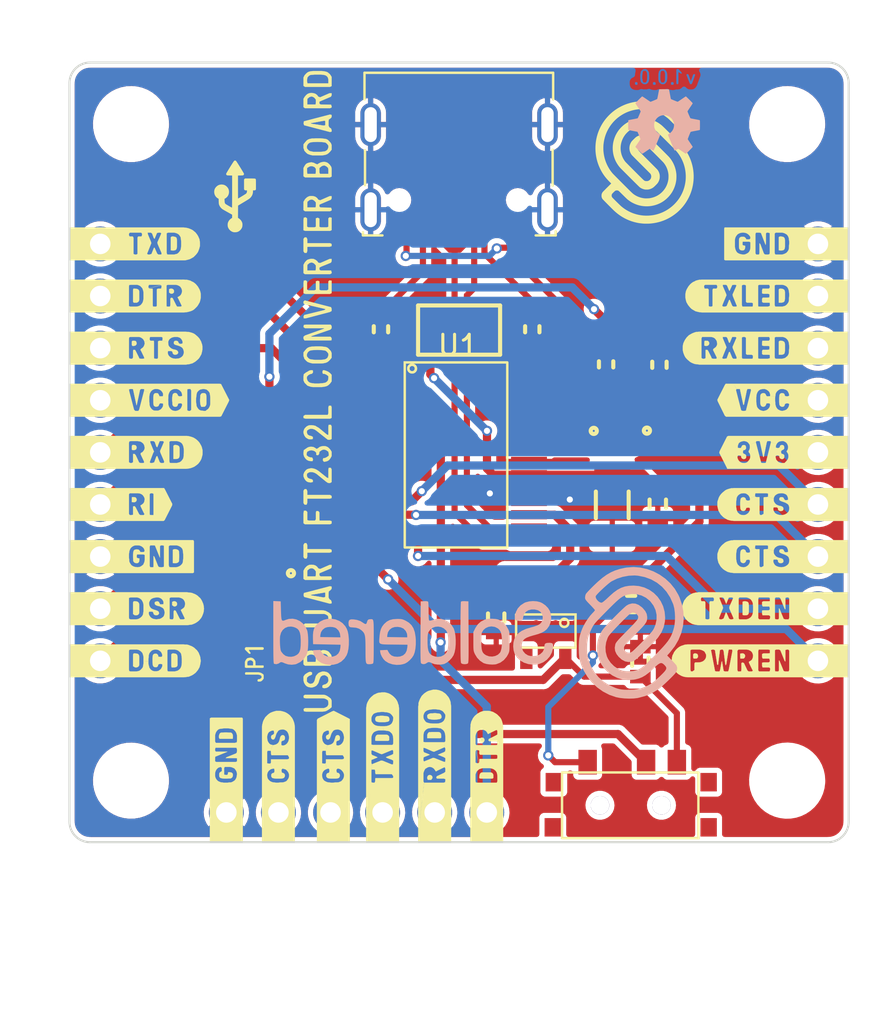
<source format=kicad_pcb>
(kicad_pcb (version 20210623) (generator pcbnew)
  (layers (0 "F.Cu" signal) (31 "B.Cu" signal) (34 "B.Paste" user) (35 "F.Paste" user) (36 "B.SilkS" user "B.Silkscreen") (37 "F.SilkS" user "F.Silkscreen") (38 "B.Mask" user) (39 "F.Mask" user) (44 "Edge.Cuts" user))
  (net 0 "")
  (net 1 "GND")
  (net 2 "VUSB")
  (net 3 "Net-(C2-Pad1)")
  (net 4 "+3V3")
  (net 5 "Net-(D1-Pad1)")
  (net 6 "Net-(D1-Pad2)")
  (net 7 "Net-(D2-Pad1)")
  (net 8 "Net-(D2-Pad2)")
  (net 9 "Net-(F1-Pad2)")
  (net 10 "Net-(JP1-Pad2)")
  (net 11 "Net-(K1-PadA5)")
  (net 12 "D+")
  (net 13 "D-")
  (net 15 "Net-(K1-PadB5)")
  (net 17 "DCD")
  (net 18 "DSR")
  (net 19 "RI")
  (net 20 "RXD")
  (net 21 "VCCIO")
  (net 22 "RTS")
  (net 23 "DTR")
  (net 24 "TXD")
  (net 25 "3V3")
  (net 26 "VCC")
  (net 27 "RXD0")
  (net 28 "TXD0")
  (net 29 "VCC_OUT")
  (net 30 "CTS")
  (net 32 "SLEEP")
  (net 33 "TXDEN")
  (net 34 "PWREN")
  (net 40 "TXLED")
  (net 41 "RXLED")
  (net 42 "Net-(D3-Pad1)")
  (footprint "buzzardLabel" (layer "F.Cu") (at 113.6 105.16)
    (fp_text reference "" (at 0 0) (layer "F.SilkS") (effects (font (size 1.27 1.27))))
    (fp_text value "" (at 0 0) (layer "F.SilkS") (effects (font (size 1.27 1.27))))
  )
  (footprint "buzzardLabel" (layer "F.Cu") (at 152.4 92.46)
    (fp_text reference "" (at 0 0) (layer "F.SilkS") (effects (font (size 1.27 1.27))))
    (fp_text value "" (at 0 0) (layer "F.SilkS") (effects (font (size 1.27 1.27))))
  )
  (footprint "e-radionica.com footprinti:FT232RL" (layer "F.Cu") (at 133 95)
    (fp_text reference "U1" (at -0.03 -5.21 unlocked) (layer "F.SilkS"))
    (fp_text value "FT_232RL")
    (pad "1" smd rect (at -3.79 -4.11) (size 1.75 0.45) (layers "F.Cu" "F.Paste" "F.Mask") (net 24 "TXD"))
    (pad "2" smd rect (at -3.79 -3.46) (size 1.75 0.45) (layers "F.Cu" "F.Paste" "F.Mask") (net 23 "DTR"))
    (pad "3" smd rect (at -3.79 -2.81) (size 1.75 0.45) (layers "F.Cu" "F.Paste" "F.Mask") (net 22 "RTS"))
    (pad "4" smd rect (at -3.79 -2.16) (size 1.75 0.45) (layers "F.Cu" "F.Paste" "F.Mask") (net 21 "VCCIO"))
    (pad "5" smd rect (at -3.79 -1.51) (size 1.75 0.45) (layers "F.Cu" "F.Paste" "F.Mask") (net 20 "RXD"))
    (pad "6" smd rect (at -3.79 -0.86) (size 1.75 0.45) (layers "F.Cu" "F.Paste" "F.Mask") (net 19 "RI"))
    (pad "7" smd rect (at -3.79 -0.21) (size 1.75 0.45) (layers "F.Cu" "F.Paste" "F.Mask") (net 1 "GND"))
    (pad "8" smd rect (at -3.79 0.44) (size 1.75 0.45) (layers "F.Cu" "F.Paste" "F.Mask"))
    (pad "9" smd rect (at -3.79 1.09) (size 1.75 0.45) (layers "F.Cu" "F.Paste" "F.Mask") (net 18 "DSR"))
    (pad "10" smd rect (at -3.79 1.74) (size 1.75 0.45) (layers "F.Cu" "F.Paste" "F.Mask") (net 17 "DCD"))
    (pad "11" smd rect (at -3.79 2.39) (size 1.75 0.45) (layers "F.Cu" "F.Paste" "F.Mask") (net 30 "CTS"))
    (pad "12" smd rect (at -3.79 3.04) (size 1.75 0.45) (layers "F.Cu" "F.Paste" "F.Mask") (net 32 "SLEEP"))
    (pad "13" smd rect (at -3.79 3.69) (size 1.75 0.45) (layers "F.Cu" "F.Paste" "F.Mask") (net 33 "TXDEN"))
    (pad "14" smd rect (at -3.79 4.34) (size 1.75 0.45) (layers "F.Cu" "F.Paste" "F.Mask") (net 34 "PWREN"))
    (pad "15" smd rect (at 3.41 4.34) (size 1.75 0.45) (layers "F.Cu" "F.Paste" "F.Mask") (net 12 "D+"))
    (pad "16" smd rect (at 3.41 3.69) (size 1.75 0.45) (layers "F.Cu" "F.Paste" "F.Mask") (net 13 "D-"))
    (pad "17" smd rect (at 3.41 3.04) (size 1.75 0.45) (layers "F.Cu" "F.Paste" "F.Mask") (net 3 "Net-(C2-Pad1)"))
    (pad "18" smd rect (at 3.41 2.39) (size 1.75 0.45) (layers "F.Cu" "F.Paste" "F.Mask") (net 1 "GND"))
    (pad "19" smd rect (at 3.41 1.74) (size 1.75 0.45) (layers "F.Cu" "F.Paste" "F.Mask"))
    (pad "20" smd rect (at 3.41 1.09) (size 1.75 0.45) (layers "F.Cu" "F.Paste" "F.Mask") (net 2 "VUSB"))
    (pad "21" smd rect (at 3.41 0.44) (size 1.75 0.45) (layers "F.Cu" "F.Paste" "F.Mask") (net 1 "GND"))
    (pad "22" smd rect (at 3.41 -0.21) (size 1.75 0.45) (layers "F.Cu" "F.Paste" "F.Mask") (net 8 "Net-(D2-Pad2)"))
    (pad "23" smd rect (at 3.41 -0.86) (size 1.75 0.45) (layers "F.Cu" "F.Paste" "F.Mask") (net 6 "Net-(D1-Pad2)"))
    (pad "24" smd rect (at 3.41 -1.51) (size 1.75 0.45) (layers "F.Cu" "F.Paste" "F.Mask"))
    (pad "25" smd rect (at 3.41 -2.16) (size 1.75 0.45) (layers "F.Cu" "F.Paste" "F.Mask") (net 1 "GND"))
    (pad "26" smd rect (at 3.41 -2.81) (size 1.75 0.45) (layers "F.Cu" "F.Paste" "F.Mask") (net 1 "GND"))
    (pad "27" smd rect (at 3.41 -3.46) (size 1.75 0.45) (layers "F.Cu" "F.Paste" "F.Mask"))
    (pad "28" smd rect (at 3.41 -4.11) (size 1.75 0.45) (layers "F.Cu" "F.Paste" "F.Mask"))
  )
  (footprint "buzzardLabel" (layer "F.Cu") (at 134.35 114.4 90)
    (fp_text reference "" (at 0 0 90) (layer "F.SilkS") (effects (font (size 1.27 1.27))))
    (fp_text value "" (at 0 0 90) (layer "F.SilkS") (effects (font (size 1.27 1.27))))
  )
  (footprint "buzzardLabel" (layer "F.Cu") (at 113.6 100.08)
    (fp_text reference "" (at 0 0) (layer "F.SilkS") (effects (font (size 1.27 1.27))))
    (fp_text value "" (at 0 0) (layer "F.SilkS") (effects (font (size 1.27 1.27))))
  )
  (footprint "buzzardLabel" (layer "F.Cu") (at 152.4 89.92)
    (fp_text reference "" (at 0 0) (layer "F.SilkS") (effects (font (size 1.27 1.27))))
    (fp_text value "" (at 0 0) (layer "F.SilkS") (effects (font (size 1.27 1.27))))
  )
  (footprint "buzzardLabel" (layer "F.Cu") (at 126.87 114.4 90)
    (fp_text reference "" (at 0 0 90) (layer "F.SilkS") (effects (font (size 1.27 1.27))))
    (fp_text value "" (at 0 0 90) (layer "F.SilkS") (effects (font (size 1.27 1.27))))
  )
  (footprint "buzzardLabel" (layer "F.Cu") (at 113.6 92.46)
    (fp_text reference "" (at 0 0) (layer "F.SilkS") (effects (font (size 1.27 1.27))))
    (fp_text value "" (at 0 0) (layer "F.SilkS") (effects (font (size 1.27 1.27))))
  )
  (footprint "buzzardLabel" (layer "F.Cu") (at 152.4 95)
    (fp_text reference "" (at 0 0) (layer "F.SilkS") (effects (font (size 1.27 1.27))))
    (fp_text value "" (at 0 0) (layer "F.SilkS") (effects (font (size 1.27 1.27))))
  )
  (footprint "e-radionica.com footprinti:0603R" (layer "F.Cu") (at 140.17 90.71 90)
    (fp_text reference "R3")
    (fp_text value "100R")
    (pad "1" smd rect locked (at -0.775 0 180) (size 1 0.64) (layers "F.Cu" "F.Paste" "F.Mask") (net 5 "Net-(D1-Pad1)"))
    (pad "2" smd rect locked (at 0.775 0 180) (size 1 0.64) (layers "F.Cu" "F.Paste" "F.Mask") (net 21 "VCCIO"))
  )
  (footprint "buzzardLabel" (layer "F.Cu") (at 126.125 92.025 90)
    (fp_text reference "" (at 0 0 90) (layer "F.SilkS") (effects (font (size 1.27 1.27))))
    (fp_text value "" (at 0 0 90) (layer "F.SilkS") (effects (font (size 1.27 1.27))))
  )
  (footprint "buzzardLabel" (layer "F.Cu") (at 152.4 87.38)
    (fp_text reference "" (at 0 0) (layer "F.SilkS") (effects (font (size 1.27 1.27))))
    (fp_text value "" (at 0 0) (layer "F.SilkS") (effects (font (size 1.27 1.27))))
  )
  (footprint "Soldered Graphics:Logo-Back-OSH-3.5mm" (layer "F.Cu") (at 143 78.875)
    (fp_text reference "G***" hide)
    (fp_text value "LOGO" hide)
  )
  (footprint "buzzardLabel" (layer "F.Cu") (at 152.4 84.84)
    (fp_text reference "" (at 0 0) (layer "F.SilkS") (effects (font (size 1.27 1.27))))
    (fp_text value "" (at 0 0) (layer "F.SilkS") (effects (font (size 1.27 1.27))))
  )
  (footprint "buzzardLabel" (layer "F.Cu") (at 113.6 97.54)
    (fp_text reference "" (at 0 0) (layer "F.SilkS") (effects (font (size 1.27 1.27))))
    (fp_text value "" (at 0 0) (layer "F.SilkS") (effects (font (size 1.27 1.27))))
  )
  (footprint "buzzardLabel" (layer "F.Cu") (at 129.27 114.4 90)
    (fp_text reference "" (at 0 0 90) (layer "F.SilkS") (effects (font (size 1.27 1.27))))
    (fp_text value "" (at 0 0 90) (layer "F.SilkS") (effects (font (size 1.27 1.27))))
  )
  (footprint "buzzardLabel" (layer "F.Cu") (at 123.03 105.33 90)
    (fp_text reference "" (at 0 0 90) (layer "F.SilkS") (effects (font (size 1.27 1.27))))
    (fp_text value "" (at 0 0 90) (layer "F.SilkS") (effects (font (size 1.27 1.27))))
  )
  (footprint "buzzardLabel" (layer "F.Cu") (at 113.6 87.38)
    (fp_text reference "" (at 0 0) (layer "F.SilkS") (effects (font (size 1.27 1.27))))
    (fp_text value "" (at 0 0) (layer "F.SilkS") (effects (font (size 1.27 1.27))))
  )
  (footprint "buzzardLabel" (layer "F.Cu") (at 113.6 95)
    (fp_text reference "" (at 0 0) (layer "F.SilkS") (effects (font (size 1.27 1.27))))
    (fp_text value "" (at 0 0) (layer "F.SilkS") (effects (font (size 1.27 1.27))))
  )
  (footprint "buzzardLabel" (layer "F.Cu") (at 152.4 100.08)
    (fp_text reference "" (at 0 0) (layer "F.SilkS") (effects (font (size 1.27 1.27))))
    (fp_text value "" (at 0 0) (layer "F.SilkS") (effects (font (size 1.27 1.27))))
  )
  (footprint "buzzardLabel" (layer "F.Cu") (at 152.4 105.16)
    (fp_text reference "" (at 0 0) (layer "F.SilkS") (effects (font (size 1.27 1.27))))
    (fp_text value "" (at 0 0) (layer "F.SilkS") (effects (font (size 1.27 1.27))))
  )
  (footprint "e-radionica.com footprinti:SMD-JUMPER-CONNECTED_TRACE_SLODERMASK" (layer "F.Cu") (at 124.23 105.33 -90)
    (fp_text reference "JP1")
    (fp_text value "SMD-JUMPER-CONNECTED_TRACE_SLODERMASK")
    (fp_poly (pts (xy 0.1 0.1) (xy -0.1 0.1) (xy -0.1 -0.1) (xy 0.1 -0.1)) (layer "F.Cu") (width 0.1) (fill solid))
    (pad "1" smd rect (at -0.35 0 270) (size 0.5 1) (layers "F.Cu" "F.Mask") (net 4 "+3V3"))
    (pad "2" smd rect (at 0.35 0 270) (size 0.5 1) (layers "F.Cu" "F.Mask") (net 10 "Net-(JP1-Pad2)"))
  )
  (footprint "buzzardLabel" (layer "F.Cu") (at 152.4 102.62)
    (fp_text reference "" (at 0 0) (layer "F.SilkS") (effects (font (size 1.27 1.27))))
    (fp_text value "" (at 0 0) (layer "F.SilkS") (effects (font (size 1.27 1.27))))
  )
  (footprint "e-radionica.com footprinti:FIDUCIAL_23" (layer "F.Cu") (at 122.175 78.925)
    (fp_text reference "FD1")
    (fp_text value "FIDUCIAL")
    (fp_circle (center 0 0) (end 1 0) (layer "F.Cu") (width 0.2) (fill none))
    (pad "1" smd circle (at 0 0) (size 1 1) (layers "F.Cu" "F.Paste" "F.Mask") (clearance 1.1))
  )
  (footprint "e-radionica.com footprinti:0603C" (layer "F.Cu") (at 142.69 97.5 90)
    (fp_text reference "C5")
    (fp_text value "0.1uF")
    (pad "1" smd rect locked (at -0.73 0 90) (size 0.66 1) (layers "F.Cu" "F.Paste" "F.Mask") (net 1 "GND"))
    (pad "2" smd rect locked (at 0.73 0 90) (size 0.66 1) (layers "F.Cu" "F.Paste" "F.Mask") (net 2 "VUSB"))
  )
  (footprint "Soldered Graphics:Symbol-Front-USB" (layer "F.Cu") (at 122.075 82.525)
    (fp_text reference "G***" hide)
    (fp_text value "LOGO" hide)
  )
  (footprint "e-radionica.com footprinti:1206FUSE" (layer "F.Cu") (at 133 89.04)
    (fp_text reference "F1")
    (fp_text value "1206FUSE-500mA")
    (pad "1" smd rect locked (at -1.4 0) (size 1 2) (layers "F.Cu" "F.Paste" "F.Mask") (net 2 "VUSB"))
    (pad "2" smd rect locked (at 1.4 0) (size 1 2) (layers "F.Cu" "F.Paste" "F.Mask") (net 9 "Net-(F1-Pad2)"))
  )
  (footprint "e-radionica.com footprinti:SWITCH_ON_OFF_ON_3296" (layer "F.Cu") (at 141.37 112.2 180)
    (fp_text reference "S1")
    (fp_text value "PN_ SK-3296S-01-L1")
    (pad "1" smd rect (at 2.1 2.1 180) (size 0.9 1.2) (layers "F.Cu" "F.Paste" "F.Mask") (net 2 "VUSB"))
    (pad "2" smd rect (at -0.75 2.1 180) (size 0.9 1.2) (layers "F.Cu" "F.Paste" "F.Mask") (net 29 "VCC_OUT"))
    (pad "3" smd rect (at -2.25 2.1 180) (size 0.9 1.2) (layers "F.Cu" "F.Paste" "F.Mask") (net 4 "+3V3"))
    (pad "MH1" thru_hole circle (at -1.5 0 180) (size 0.9 0.9) (drill 0.9) (layers *.Cu *.Mask))
    (pad "MH2" thru_hole circle (at 1.5 0 180) (size 0.9 0.9) (drill 0.9) (layers *.Cu *.Mask))
    (pad "MP1" smd rect (at -3.8 1.125 180) (size 0.8 0.9) (layers "F.Cu" "F.Paste" "F.Mask"))
    (pad "MP2" smd rect (at 3.75 1.125 180) (size 0.8 0.9) (layers "F.Cu" "F.Paste" "F.Mask"))
    (pad "MP3" smd rect (at 3.8 -1.075 180) (size 0.8 0.9) (layers "F.Cu" "F.Paste" "F.Mask"))
    (pad "MP4" smd rect (at -3.8 -1.075 180) (size 0.8 0.9) (layers "F.Cu" "F.Paste" "F.Mask"))
  )
  (footprint "e-radionica.com footprinti:HOLE_3.2mm" (layer "F.Cu") (at 117 111)
    (fp_text reference "H4" hide)
    (fp_text value "HOLE_3.2mm" hide)
    (pad "" np_thru_hole circle locked (at 0 0) (size 3.2 3.2) (drill 3.2) (layers F&B.Cu *.Mask))
  )
  (footprint "e-radionica.com footprinti:0402LED" (layer "F.Cu") (at 140.1675 93.0525 -90)
    (fp_text reference "D1")
    (fp_text value "white")
    (pad "1" smd rect locked (at -0.55 0) (size 0.75 0.45) (layers "F.Cu" "F.Paste" "F.Mask") (net 5 "Net-(D1-Pad1)"))
    (pad "2" smd rect locked (at 0.55 0) (size 0.75 0.45) (layers "F.Cu" "F.Paste" "F.Mask") (net 6 "Net-(D1-Pad2)"))
  )
  (footprint "buzzardLabel" (layer "F.Cu") (at 152.4 97.54)
    (fp_text reference "" (at 0 0) (layer "F.SilkS") (effects (font (size 1.27 1.27))))
    (fp_text value "" (at 0 0) (layer "F.SilkS") (effects (font (size 1.27 1.27))))
  )
  (footprint "e-radionica.com footprinti:HOLE_3.2mm" (layer "F.Cu") (at 117 79)
    (fp_text reference "H2" hide)
    (fp_text value "HOLE_3.2mm" hide)
    (pad "" np_thru_hole circle locked (at 0 0) (size 3.2 3.2) (drill 3.2) (layers F&B.Cu *.Mask))
  )
  (footprint "e-radionica.com footprinti:0402R" (layer "F.Cu") (at 124.21 103.67 90)
    (fp_text reference "R5")
    (fp_text value "2k2")
    (pad "1" smd rect locked (at -0.5 0 180) (size 0.64 0.54) (layers "F.Cu" "F.Paste" "F.Mask") (net 10 "Net-(JP1-Pad2)"))
    (pad "2" smd rect locked (at 0.5 0 180) (size 0.64 0.54) (layers "F.Cu" "F.Paste" "F.Mask") (net 42 "Net-(D3-Pad1)"))
  )
  (footprint "buzzardLabel" (layer "F.Cu") (at 124.19 114.4 90)
    (fp_text reference "" (at 0 0 90) (layer "F.SilkS") (effects (font (size 1.27 1.27))))
    (fp_text value "" (at 0 0 90) (layer "F.SilkS") (effects (font (size 1.27 1.27))))
  )
  (footprint "e-radionica.com footprinti:1206C" (layer "F.Cu") (at 140.47 97.56 90)
    (fp_text reference "C4")
    (fp_text value "10uF")
    (pad "1" smd rect locked (at -1.525 0 180) (size 1.75 1) (layers "F.Cu" "F.Paste" "F.Mask") (net 1 "GND"))
    (pad "2" smd rect locked (at 1.525 0 180) (size 1.75 1) (layers "F.Cu" "F.Paste" "F.Mask") (net 2 "VUSB"))
  )
  (footprint "e-radionica.com footprinti:HOLE_3.2mm" (layer "F.Cu") (at 149 111)
    (fp_text reference "H3" hide)
    (fp_text value "HOLE_3.2mm" hide)
    (pad "" np_thru_hole circle locked (at 0 0) (size 3.2 3.2) (drill 3.2) (layers F&B.Cu *.Mask))
  )
  (footprint "buzzardLabel" (layer "F.Cu") (at 121.65 114.4 90)
    (fp_text reference "" (at 0 0 90) (layer "F.SilkS") (effects (font (size 1.27 1.27))))
    (fp_text value "" (at 0 0 90) (layer "F.SilkS") (effects (font (size 1.27 1.27))))
  )
  (footprint "e-radionica.com footprinti:0603C" (layer "F.Cu") (at 141.84 105.2 -90)
    (fp_text reference "C3")
    (fp_text value "2.2uF")
    (pad "1" smd rect locked (at -0.73 0 270) (size 0.66 1) (layers "F.Cu" "F.Paste" "F.Mask") (net 1 "GND"))
    (pad "2" smd rect locked (at 0.73 0 270) (size 0.66 1) (layers "F.Cu" "F.Paste" "F.Mask") (net 4 "+3V3"))
  )
  (footprint "e-radionica.com footprinti:SOT-23-5" (layer "F.Cu") (at 137.23 103.71 -90)
    (fp_text reference "U2")
    (fp_text value "SE5218")
    (pad "1" smd rect (at -1.3 -0.95 270) (size 1.1 0.6) (layers "F.Cu" "F.Paste" "F.Mask") (net 2 "VUSB"))
    (pad "2" smd rect (at -1.3 0 270) (size 1.1 0.6) (layers "F.Cu" "F.Paste" "F.Mask") (net 1 "GND"))
    (pad "3" smd rect (at -1.3 0.95 270) (size 1.1 0.6) (layers "F.Cu" "F.Paste" "F.Mask") (net 2 "VUSB"))
    (pad "4" smd rect (at 1.3 0.95 270) (size 1.1 0.6) (layers "F.Cu" "F.Paste" "F.Mask"))
    (pad "5" smd rect (at 1.3 -0.95 270) (size 1.1 0.6) (layers "F.Cu" "F.Paste" "F.Mask") (net 4 "+3V3"))
  )
  (footprint "e-radionica.com footprinti:0402LED" (layer "F.Cu") (at 124.2 101.79 90)
    (fp_text reference "D3")
    (fp_text value "purple")
    (pad "1" smd rect locked (at -0.55 0 180) (size 0.75 0.45) (layers "F.Cu" "F.Paste" "F.Mask") (net 42 "Net-(D3-Pad1)"))
    (pad "2" smd rect locked (at 0.55 0 180) (size 0.75 0.45) (layers "F.Cu" "F.Paste" "F.Mask") (net 1 "GND"))
  )
  (footprint "e-radionica.com footprinti:U262-161N-4BVC11" (layer "F.Cu") (at 133 81.5 180)
    (fp_text reference "K1")
    (fp_text value "U262-161N-4BVC11")
    (pad "" np_thru_hole circle locked (at 2.913 -1.2 180) (size 0.65 0.65) (drill 0.65) (layers F&B.Cu *.Mask))
    (pad "" np_thru_hole circle locked (at -2.862 -1.2 180) (size 0.65 0.65) (drill 0.65) (layers F&B.Cu *.Mask))
    (pad "A1" smd rect locked (at -3.337 -2.475 180) (size 0.3 1.15) (layers "F.Cu" "F.Paste" "F.Mask") (net 1 "GND"))
    (pad "A4" smd rect locked (at -2.537 -2.475 180) (size 0.3 1.15) (layers "F.Cu" "F.Paste" "F.Mask") (net 9 "Net-(F1-Pad2)"))
    (pad "A5" smd rect locked (at -1.237 -2.475 180) (size 0.3 1.15) (layers "F.Cu" "F.Paste" "F.Mask") (net 11 "Net-(K1-PadA5)"))
    (pad "A6" smd rect locked (at -0.237 -2.475 180) (size 0.3 1.15) (layers "F.Cu" "F.Paste" "F.Mask") (net 12 "D+"))
    (pad "A7" smd rect locked (at 0.263 -2.475 180) (size 0.3 1.15) (layers "F.Cu" "F.Paste" "F.Mask") (net 13 "D-"))
    (pad "A8" smd rect locked (at 1.263 -2.475 180) (size 0.3 1.15) (layers "F.Cu" "F.Paste" "F.Mask"))
    (pad "A9" smd rect locked (at 2.563 -2.475 180) (size 0.3 1.15) (layers "F.Cu" "F.Paste" "F.Mask") (net 9 "Net-(F1-Pad2)"))
    (pad "A12" smd rect locked (at 3.338 -2.475 180) (size 0.3 1.15) (layers "F.Cu" "F.Paste" "F.Mask") (net 1 "GND"))
    (pad "B1" smd rect locked (at 3.138 -2.475 180) (size 0.3 1.15) (layers "F.Cu" "F.Paste" "F.Mask") (net 1 "GND"))
    (pad "B4" smd rect locked (at 2.363 -2.475 180) (size 0.3 1.15) (layers "F.Cu" "F.Paste" "F.Mask") (net 9 "Net-(F1-Pad2)"))
    (pad "B5" smd rect locked (at 1.763 -2.475 180) (size 0.3 1.15) (layers "F.Cu" "F.Paste" "F.Mask") (net 15 "Net-(K1-PadB5)"))
    (pad "B6" smd rect locked (at 0.763 -2.475 180) (size 0.3 1.15) (layers "F.Cu" "F.Paste" "F.Mask") (net 12 "D+"))
    (pad "B7" smd rect locked (at -0.737 -2.475 180) (size 0.3 1.15) (layers "F.Cu" "F.Paste" "F.Mask") (net 13 "D-"))
    (pad "B8" smd rect locked (at -1.737 -2.475 180) (size 0.3 1.15) (layers "F.Cu" "F.Paste" "F.Mask"))
    (pad "B9" smd rect locked (at -2.337 -2.475 180) (size 0.3 1.15) (layers "F.Cu" "F.Paste" "F.Mask") (net 9 "Net-(F1-Pad2)"))
    (pad "B12" smd rect locked (at -3.112 -2.475 180) (size 0.3 1.15) (layers "F.Cu" "F.Paste" "F.Mask") (net 1 "GND"))
    (pad "SH" thru_hole oval locked (at -4.312 2.475 180) (size 1 2.1) (drill oval 0.6 1.7) (layers *.Cu *.Mask) (net 1 "GND"))
    (pad "SH" thru_hole oval locked (at -4.312 -1.675 180) (size 1 2.1) (drill oval 0.6 1.7) (layers *.Cu *.Mask) (net 1 "GND"))
    (pad "SH" thru_hole oval locked (at 4.313 2.475 180) (size 1 2.1) (drill oval 0.6 1.7) (layers *.Cu *.Mask) (net 1 "GND"))
    (pad "SH" thru_hole oval locked (at 4.313 -1.675 180) (size 1 2.1) (drill oval 0.6 1.7) (layers *.Cu *.Mask) (net 1 "GND"))
  )
  (footprint "buzzardLabel" (layer "F.Cu") (at 113.6 84.84)
    (fp_text reference "" (at 0 0) (layer "F.SilkS") (effects (font (size 1.27 1.27))))
    (fp_text value "" (at 0 0) (layer "F.SilkS") (effects (font (size 1.27 1.27))))
  )
  (footprint "e-radionica.com footprinti:HOLE_3.2mm" (layer "F.Cu") (at 149 79)
    (fp_text reference "H1" hide)
    (fp_text value "HOLE_3.2mm" hide)
    (pad "" np_thru_hole circle locked (at 0 0) (size 3.2 3.2) (drill 3.2) (layers F&B.Cu *.Mask))
  )
  (footprint "Soldered Graphics:Logo-Front-Soldered-6mm" (layer "F.Cu") (at 142.05 80.875)
    (fp_text reference "G***" hide)
    (fp_text value "LOGO" hide)
  )
  (footprint "Soldered Graphics:Logo-Back-SolderedFULL-20mm" (layer "F.Cu") (at 133.95 103.8)
    (fp_text reference "REF**" hide)
    (fp_text value "Logo-Front-SolderedFULL-20mm" hide)
  )
  (footprint "e-radionica.com footprinti:0402LED" (layer "F.Cu") (at 142.76 93.04 -90)
    (fp_text reference "D2")
    (fp_text value "blue")
    (pad "1" smd rect locked (at -0.55 0) (size 0.75 0.45) (layers "F.Cu" "F.Paste" "F.Mask") (net 7 "Net-(D2-Pad1)"))
    (pad "2" smd rect locked (at 0.55 0) (size 0.75 0.45) (layers "F.Cu" "F.Paste" "F.Mask") (net 8 "Net-(D2-Pad2)"))
  )
  (footprint "buzzardLabel" (layer "F.Cu") (at 113.6 102.62)
    (fp_text reference "" (at 0 0) (layer "F.SilkS") (effects (font (size 1.27 1.27))))
    (fp_text value "" (at 0 0) (layer "F.SilkS") (effects (font (size 1.27 1.27))))
  )
  (footprint "e-radionica.com footprinti:0603C" (layer "F.Cu") (at 141.39 102.39 180)
    (fp_text reference "C1")
    (fp_text value "2.2uF")
    (pad "1" smd rect locked (at -0.73 0 180) (size 0.66 1) (layers "F.Cu" "F.Paste" "F.Mask") (net 1 "GND"))
    (pad "2" smd rect locked (at 0.73 0 180) (size 0.66 1) (layers "F.Cu" "F.Paste" "F.Mask") (net 2 "VUSB"))
  )
  (footprint "e-radionica.com footprinti:0603R" (layer "F.Cu") (at 129.19 89 -90)
    (fp_text reference "R1")
    (fp_text value "5.1k")
    (pad "1" smd rect locked (at -0.775 0) (size 1 0.64) (layers "F.Cu" "F.Paste" "F.Mask") (net 15 "Net-(K1-PadB5)"))
    (pad "2" smd rect locked (at 0.775 0) (size 1 0.64) (layers "F.Cu" "F.Paste" "F.Mask") (net 1 "GND"))
  )
  (footprint "e-radionica.com footprinti:0603R" (layer "F.Cu") (at 142.77 90.73 90)
    (fp_text reference "R4")
    (fp_text value "100R")
    (pad "1" smd rect locked (at -0.775 0 180) (size 1 0.64) (layers "F.Cu" "F.Paste" "F.Mask") (net 7 "Net-(D2-Pad1)"))
    (pad "2" smd rect locked (at 0.775 0 180) (size 1 0.64) (layers "F.Cu" "F.Paste" "F.Mask") (net 21 "VCCIO"))
  )
  (footprint "e-radionica.com footprinti:0603R" (layer "F.Cu") (at 136.57 89 -90)
    (fp_text reference "R2")
    (fp_text value "5.1k")
    (pad "1" smd rect locked (at -0.775 0) (size 1 0.64) (layers "F.Cu" "F.Paste" "F.Mask") (net 11 "Net-(K1-PadA5)"))
    (pad "2" smd rect locked (at 0.775 0) (size 1 0.64) (layers "F.Cu" "F.Paste" "F.Mask") (net 1 "GND"))
  )
  (footprint "buzzardLabel" (layer "F.Cu") (at 131.81 114.4 90)
    (fp_text reference "" (at 0 0 90) (layer "F.SilkS") (effects (font (size 1.27 1.27))))
    (fp_text value "" (at 0 0 90) (layer "F.SilkS") (effects (font (size 1.27 1.27))))
  )
  (footprint "e-radionica.com footprinti:0603C" (layer "F.Cu") (at 134.81 103.05 -90)
    (fp_text reference "C2")
    (fp_text value "100nF")
    (pad "1" smd rect locked (at -0.73 0 270) (size 0.66 1) (layers "F.Cu" "F.Paste" "F.Mask") (net 3 "Net-(C2-Pad1)"))
    (pad "2" smd rect locked (at 0.73 0 270) (size 0.66 1) (layers "F.Cu" "F.Paste" "F.Mask") (net 1 "GND"))
  )
  (footprint "buzzardLabel" (layer "F.Cu") (at 113.6 89.92)
    (fp_text reference "" (at 0 0) (layer "F.SilkS") (effects (font (size 1.27 1.27))))
    (fp_text value "" (at 0 0) (layer "F.SilkS") (effects (font (size 1.27 1.27))))
  )
  (footprint "Soldered Graphics:Version1.0.0." (layer "B.Cu") (at 143 76.7 180)
    (fp_text reference "Ref**" hide)
    (fp_text value "Val**" hide)
    (fp_poly (pts (xy -1.33 -0.35) (xy -1.27 -0.35) (xy -1.25 -0.31) (xy -1.09 0.1) (xy -1.11 0.13) (xy -1.16 0.13) (xy -1.19 0.1) (xy -1.28 -0.16) (xy -1.3 -0.21) (xy -1.32 -0.17) (xy -1.41 0.09) (xy -1.44 0.13) (xy -1.49 0.13) (xy -1.51 0.1) (xy -1.36 -0.31) (xy -1.33 -0.35)) (layer "B.Cu") (width 0.01) (fill solid))
    (fp_poly (pts (xy -0.44 -0.38) (xy -0.39 -0.38) (xy -0.34 -0.37) (xy -0.34 -0.33) (xy -0.34 -0.27) (xy -0.38 -0.26) (xy -0.43 -0.26) (xy -0.46 -0.29) (xy -0.46 -0.34) (xy -0.44 -0.38)) (layer "B.Cu") (width 0.01) (fill solid))
    (fp_poly (pts (xy 1.31 -0.38) (xy 1.36 -0.38) (xy 1.41 -0.37) (xy 1.42 -0.33) (xy 1.42 -0.27) (xy 1.38 -0.26) (xy 1.33 -0.26) (xy 1.3 -0.29) (xy 1.3 -0.34) (xy 1.31 -0.38)) (layer "B.Cu") (width 0.01) (fill solid))
    (fp_poly (pts (xy 0.06 -0.35) (xy 0.11 -0.35) (xy 0.17 -0.33) (xy 0.13 -0.28) (xy 0.03 -0.28) (xy -0.01 -0.25) (xy -0.03 -0.2) (xy -0.05 -0.15) (xy -0.05 -0.11) (xy -0.05 0.01) (xy -0.05 0.13) (xy -0.05 0.17) (xy -0.03 0.22) (xy -0.01 0.27) (xy 0.02 0.3) (xy 0.13 0.3) (xy 0.16 0.26) (xy 0.18 0.21) (xy 0.18 0.15) (xy 0.19 0.05) (xy 0.19 -0.08) (xy 0.19 -0.12) (xy 0.18 -0.17) (xy 0.16 -0.22) (xy 0.14 -0.27) (xy 0.14 -0.28) (xy 0.17 -0.32) (xy 0.21 -0.29) (xy 0.24 -0.26) (xy 0.26 -0.22) (xy 0.27 -0.16) (xy 0.28 -0.11) (xy 0.28 -0.06) (xy 0.28 0.06) (xy 0.28 0.12) (xy 0.27 0.17) (xy 0.26 0.22) (xy 0.25 0.27) (xy 0.22 0.3) (xy 0.19 0.34) (xy 0.13 0.37) (xy 0.08 0.38) (xy 0.02 0.38) (xy -0.03 0.35) (xy -0.08 0.31) (xy -0.1 0.28) (xy -0.12 0.23) (xy -0.14 0.18) (xy -0.14 0.13) (xy -0.15 0.08) (xy -0.15 -0.04) (xy -0.14 -0.1) (xy -0.14 -0.14) (xy -0.13 -0.2) (xy -0.11 -0.25) (xy -0.08 -0.28) (xy -0.05 -0.32) (xy 0.01 -0.35) (xy 0.06 -0.35)) (layer "B.Cu") (width 0.01) (fill solid))
    (fp_poly (pts (xy 0.43 -0.38) (xy 0.48 -0.38) (xy 0.54 -0.37) (xy 0.54 -0.33) (xy 0.54 -0.27) (xy 0.5 -0.26) (xy 0.45 -0.26) (xy 0.42 -0.29) (xy 0.42 -0.34) (xy 0.43 -0.38)) (layer "B.Cu") (width 0.01) (fill solid))
    (fp_poly (pts (xy 0.93 -0.35) (xy 0.99 -0.35) (xy 1.04 -0.33) (xy 1.01 -0.28) (xy 0.91 -0.28) (xy 0.87 -0.25) (xy 0.85 -0.2) (xy 0.83 -0.15) (xy 0.83 -0.11) (xy 0.82 0.01) (xy 0.83 0.13) (xy 0.83 0.17) (xy 0.84 0.22) (xy 0.87 0.27) (xy 0.9 0.3) (xy 1.01 0.3) (xy 1.04 0.26) (xy 1.05 0.21) (xy 1.06 0.15) (xy 1.07 0.05) (xy 1.07 -0.08) (xy 1.06 -0.12) (xy 1.06 -0.17) (xy 1.04 -0.22) (xy 1.02 -0.27) (xy 1.01 -0.28) (xy 1.05 -0.32) (xy 1.09 -0.29) (xy 1.12 -0.26) (xy 1.14 -0.22) (xy 1.15 -0.16) (xy 1.16 -0.11) (xy 1.16 -0.06) (xy 1.16 0.06) (xy 1.16 0.12) (xy 1.15 0.17) (xy 1.14 0.22) (xy 1.13 0.27) (xy 1.1 0.3) (xy 1.06 0.34) (xy 1.01 0.37) (xy 0.95 0.38) (xy 0.9 0.38) (xy 0.84 0.35) (xy 0.8 0.31) (xy 0.78 0.28) (xy 0.75 0.23) (xy 0.74 0.18) (xy 0.74 0.13) (xy 0.73 0.08) (xy 0.73 -0.04) (xy 0.73 -0.1) (xy 0.74 -0.14) (xy 0.75 -0.2) (xy 0.77 -0.25) (xy 0.79 -0.28) (xy 0.83 -0.32) (xy 0.89 -0.35) (xy 0.93 -0.35)) (layer "B.Cu") (width 0.01) (fill solid))
    (fp_poly (pts (xy -0.67 -0.35) (xy -0.62 -0.35) (xy -0.6 -0.31) (xy -0.6 0.35) (xy -0.64 0.38) (xy -0.69 0.38) (xy -0.73 0.34) (xy -0.84 0.22) (xy -0.86 0.17) (xy -0.83 0.16) (xy -0.73 0.22) (xy -0.69 0.23) (xy -0.69 -0.31) (xy -0.67 -0.35)) (layer "B.Cu") (width 0.01) (fill solid))
  )
  (footprint "e-radionica.com footprinti:HEADER_MALE_9X1" (layer "B.Cu") (at 150.5 95 90)
    (fp_text reference "K3")
    (fp_text value "HEADER_MALE_9X1")
    (pad "1" thru_hole circle locked (at -10.16 0 90) (size 1.7 1.7) (drill 1) (layers *.Cu *.Mask) (net 34 "PWREN"))
    (pad "2" thru_hole circle locked (at -7.62 0 90) (size 1.7 1.7) (drill 1) (layers *.Cu *.Mask) (net 33 "TXDEN"))
    (pad "3" thru_hole circle locked (at -5.08 0 90) (size 1.7 1.7) (drill 1) (layers *.Cu *.Mask) (net 32 "SLEEP"))
    (pad "4" thru_hole circle locked (at -2.54 0 90) (size 1.7 1.7) (drill 1) (layers *.Cu *.Mask) (net 30 "CTS"))
    (pad "5" thru_hole circle locked (at 0 0 90) (size 1.7 1.7) (drill 1) (layers *.Cu *.Mask) (net 25 "3V3"))
    (pad "6" thru_hole circle locked (at 2.54 0 90) (size 1.7 1.7) (drill 1) (layers *.Cu *.Mask) (net 26 "VCC"))
    (pad "7" thru_hole circle locked (at 5.08 0 90) (size 1.7 1.7) (drill 1) (layers *.Cu *.Mask) (net 41 "RXLED"))
    (pad "8" thru_hole circle locked (at 7.62 0 90) (size 1.7 1.7) (drill 1) (layers *.Cu *.Mask) (net 40 "TXLED"))
    (pad "9" thru_hole circle locked (at 10.16 0 90) (size 1.7 1.7) (drill 1) (layers *.Cu *.Mask) (net 1 "GND"))
  )
  (footprint "e-radionica.com footprinti:HEADER_MALE_6X1" (layer "B.Cu") (at 128 112.55 180)
    (fp_text reference "K4")
    (fp_text value "FTDI_HEADER")
    (pad "1" thru_hole circle locked (at -6.35 0 180) (size 1.7 1.7) (drill 1) (layers *.Cu *.Mask) (net 23 "DTR"))
    (pad "2" thru_hole circle locked (at -3.81 0 180) (size 1.7 1.7) (drill 1) (layers *.Cu *.Mask) (net 27 "RXD0"))
    (pad "3" thru_hole circle locked (at -1.27 0 180) (size 1.7 1.7) (drill 1) (layers *.Cu *.Mask) (net 28 "TXD0"))
    (pad "4" thru_hole circle locked (at 1.27 0 180) (size 1.7 1.7) (drill 1) (layers *.Cu *.Mask) (net 29 "VCC_OUT"))
    (pad "5" thru_hole circle locked (at 3.81 0 180) (size 1.7 1.7) (drill 1) (layers *.Cu *.Mask) (net 30 "CTS"))
    (pad "6" thru_hole circle locked (at 6.35 0 180) (size 1.7 1.7) (drill 1) (layers *.Cu *.Mask) (net 1 "GND"))
  )
  (footprint "e-radionica.com footprinti:HEADER_MALE_9X1" (layer "B.Cu") (at 115.5 95 90)
    (fp_text reference "K2")
    (fp_text value "HEADER_MALE_9X1")
    (pad "1" thru_hole circle locked (at -10.16 0 90) (size 1.7 1.7) (drill 1) (layers *.Cu *.Mask) (net 17 "DCD"))
    (pad "2" thru_hole circle locked (at -7.62 0 90) (size 1.7 1.7) (drill 1) (layers *.Cu *.Mask) (net 18 "DSR"))
    (pad "3" thru_hole circle locked (at -5.08 0 90) (size 1.7 1.7) (drill 1) (layers *.Cu *.Mask) (net 1 "GND"))
    (pad "4" thru_hole circle locked (at -2.54 0 90) (size 1.7 1.7) (drill 1) (layers *.Cu *.Mask) (net 19 "RI"))
    (pad "5" thru_hole circle locked (at 0 0 90) (size 1.7 1.7) (drill 1) (layers *.Cu *.Mask) (net 20 "RXD"))
    (pad "6" thru_hole circle locked (at 2.54 0 90) (size 1.7 1.7) (drill 1) (layers *.Cu *.Mask) (net 21 "VCCIO"))
    (pad "7" thru_hole circle locked (at 5.08 0 90) (size 1.7 1.7) (drill 1) (layers *.Cu *.Mask) (net 22 "RTS"))
    (pad "8" thru_hole circle locked (at 7.62 0 90) (size 1.7 1.7) (drill 1) (layers *.Cu *.Mask) (net 23 "DTR"))
    (pad "9" thru_hole circle locked (at 10.16 0 90) (size 1.7 1.7) (drill 1) (layers *.Cu *.Mask) (net 24 "TXD"))
  )
  (gr_arc (start 115 77) (end 115 76) (angle -90) (layer "Edge.Cuts") (width 0.1))
  (gr_line (start 115 114) (end 151 114) (layer "Edge.Cuts") (width 0.1))
  (gr_arc (start 151 113) (end 151 114) (angle -90) (layer "Edge.Cuts") (width 0.1))
  (gr_arc (start 115 113) (end 115 114) (angle 90) (layer "Edge.Cuts") (width 0.1))
  (gr_line (start 152 113) (end 152 77) (layer "Edge.Cuts") (width 0.1))
  (gr_line (start 114 77) (end 114 113) (layer "Edge.Cuts") (width 0.1))
  (gr_line (start 151 76) (end 115 76) (layer "Edge.Cuts") (width 0.1))
  (gr_arc (start 151 77) (end 151 76) (angle 90) (layer "Edge.Cuts") (width 0.1))
  (via (at 138.4 97.3) (size 0.5) (drill 0.3) (layers "F.Cu" "B.Cu") (net 1))
  (via (at 134.5 97) (size 0.5) (drill 0.3) (layers "F.Cu" "B.Cu") (net 1))
  (segment (start 134.36 93.95) (end 134.36 95.79) (width 0.4) (layer "F.Cu") (net 2))
  (segment (start 131.6 89.04) (end 131.6 91.2) (width 0.4) (layer "F.Cu") (net 2))
  (segment (start 136.530489 101.460489) (end 137.920489 101.460489) (width 0.4) (layer "F.Cu") (net 2))
  (segment (start 137.68 110.1) (end 137.35 109.77) (width 0.3) (layer "F.Cu") (net 2))
  (segment (start 140.66 102.39) (end 140.71 102.39) (width 0.4) (layer "F.Cu") (net 2))
  (segment (start 134.66 96.09) (end 136.41 96.09) (width 0.4) (layer "F.Cu") (net 2))
  (segment (start 136.23 102.46) (end 136.23 101.760978) (width 0.4) (layer "F.Cu") (net 2))
  (segment (start 144.72 98.38) (end 144.72 97.23) (width 0.4) (layer "F.Cu") (net 2))
  (segment (start 136.23 101.760978) (end 136.530489 101.460489) (width 0.4) (layer "F.Cu") (net 2))
  (segment (start 139.27 110.1) (end 137.68 110.1) (width 0.3) (layer "F.Cu") (net 2))
  (segment (start 144.72 97.23) (end 144.26 96.77) (width 0.4) (layer "F.Cu") (net 2))
  (segment (start 140.415 96.09) (end 140.47 96.035) (width 0.4) (layer "F.Cu") (net 2))
  (segment (start 144.26 96.77) (end 142.69 96.77) (width 0.4) (layer "F.Cu") (net 2))
  (segment (start 136.41 96.09) (end 140.415 96.09) (width 0.4) (layer "F.Cu") (net 2))
  (segment (start 137.920489 101.460489) (end 138.18 101.72) (width 0.4) (layer "F.Cu") (net 2))
  (segment (start 138.18 101.72) (end 138.18 102.41) (width 0.4) (layer "F.Cu") (net 2))
  (segment (start 140.71 102.39) (end 144.72 98.38) (width 0.4) (layer "F.Cu") (net 2))
  (segment (start 140.66 102.39) (end 138.2 102.39) (width 0.4) (layer "F.Cu") (net 2))
  (segment (start 134.36 95.79) (end 134.66 96.09) (width 0.4) (layer "F.Cu") (net 2))
  (segment (start 131.6 91.2) (end 131.78 91.38) (width 0.4) (layer "F.Cu") (net 2))
  (segment (start 139.525 104.9) (end 139.525 103.525) (width 0.3) (layer "F.Cu") (net 2))
  (segment (start 141.955 96.035) (end 142.69 96.77) (width 0.4) (layer "F.Cu") (net 2))
  (segment (start 139.525 103.525) (end 140.66 102.39) (width 0.3) (layer "F.Cu") (net 2))
  (segment (start 138.2 102.39) (end 138.18 102.41) (width 0.4) (layer "F.Cu") (net 2))
  (segment (start 140.47 96.035) (end 141.955 96.035) (width 0.4) (layer "F.Cu") (net 2))
  (segment (start 136.28 102.41) (end 136.23 102.46) (width 0.4) (layer "F.Cu") (net 2))
  (segment (start 139.27 110.1) (end 139.27 110.13) (width 0.3) (layer "F.Cu") (net 2))
  (via (at 134.36 93.95) (size 0.5) (drill 0.3) (layers "F.Cu" "B.Cu") (net 2))
  (via (at 139.525 104.9) (size 0.5) (drill 0.3) (layers "F.Cu" "B.Cu") (net 2))
  (via (at 137.35 109.77) (size 0.5) (drill 0.3) (layers "F.Cu" "B.Cu") (net 2))
  (via (at 131.78 91.38) (size 0.5) (drill 0.3) (layers "F.Cu" "B.Cu") (net 2))
  (segment (start 134.36 93.95) (end 134.35 93.95) (width 0.4) (layer "B.Cu") (net 2))
  (segment (start 139.525 104.9) (end 139.525 105.235) (width 0.3) (layer "B.Cu") (net 2))
  (segment (start 137.35 107.41) (end 137.35 109.77) (width 0.3) (layer "B.Cu") (net 2))
  (segment (start 139.525 105.235) (end 137.35 107.41) (width 0.3) (layer "B.Cu") (net 2))
  (segment (start 134.35 93.95) (end 131.78 91.38) (width 0.4) (layer "B.Cu") (net 2))
  (segment (start 135.24 100.75) (end 137.84 100.75) (width 0.4) (layer "F.Cu") (net 3))
  (segment (start 137.659022 98.04) (end 136.41 98.04) (width 0.4) (layer "F.Cu") (net 3))
  (segment (start 137.84 100.75) (end 138.42 100.17) (width 0.4) (layer "F.Cu") (net 3))
  (segment (start 134.81 101.18) (end 135.24 100.75) (width 0.4) (layer "F.Cu") (net 3))
  (segment (start 138.42 98.800978) (end 137.659022 98.04) (width 0.4) (layer "F.Cu") (net 3))
  (segment (start 134.81 102.32) (end 134.81 101.18) (width 0.4) (layer "F.Cu") (net 3))
  (segment (start 138.42 100.17) (end 138.42 98.800978) (width 0.4) (layer "F.Cu") (net 3))
  (segment (start 124.23 104.98) (end 124.25 104.96) (width 0.4) (layer "F.Cu") (net 4))
  (segment (start 143.62 110.1) (end 143.62 107.71) (width 0.3) (layer "F.Cu") (net 4))
  (segment (start 141.84 105.93) (end 139.1 105.93) (width 0.3) (layer "F.Cu") (net 4))
  (segment (start 130.23 104.96) (end 131.36 106.09) (width 0.4) (layer "F.Cu") (net 4))
  (segment (start 131.36 106.09) (end 137.1 106.09) (width 0.4) (layer "F.Cu") (net 4))
  (segment (start 143.62 107.71) (end 141.84 105.93) (width 0.3) (layer "F.Cu") (net 4))
  (segment (start 137.1 106.09) (end 138.18 105.01) (width 0.4) (layer "F.Cu") (net 4))
  (segment (start 124.25 104.96) (end 130.23 104.96) (width 0.4) (layer "F.Cu") (net 4))
  (segment (start 139.1 105.93) (end 138.18 105.01) (width 0.3) (layer "F.Cu") (net 4))
  (segment (start 140.1675 91.4875) (end 140.17 91.485) (width 0.4) (layer "F.Cu") (net 5))
  (segment (start 140.1675 92.5025) (end 140.1675 91.4875) (width 0.4) (layer "F.Cu") (net 5))
  (segment (start 139.63 94.14) (end 136.41 94.14) (width 0.4) (layer "F.Cu") (net 6))
  (segment (start 140.1675 93.6025) (end 139.63 94.14) (width 0.4) (layer "F.Cu") (net 6))
  (segment (start 142.77 92.48) (end 142.76 92.49) (width 0.4) (layer "F.Cu") (net 7))
  (segment (start 142.77 91.505) (end 142.77 92.48) (width 0.4) (layer "F.Cu") (net 7))
  (segment (start 142.73 93.59) (end 141.53 94.79) (width 0.4) (layer "F.Cu") (net 8))
  (segment (start 142.76 93.59) (end 142.73 93.59) (width 0.4) (layer "F.Cu") (net 8))
  (segment (start 141.53 94.79) (end 136.41 94.79) (width 0.4) (layer "F.Cu") (net 8))
  (segment (start 130.437 83.975) (end 130.437 83.488) (width 0.3) (layer "F.Cu") (net 9))
  (segment (start 134.838911 85.061089) (end 134.875 85.025) (width 0.3) (layer "F.Cu") (net 9))
  (segment (start 137.8 88.514022) (end 137.8 87.67) (width 0.3) (layer "F.Cu") (net 9))
  (segment (start 134.4 89.04) (end 137.274022 89.04) (width 0.3) (layer "F.Cu") (net 9))
  (segment (start 130.437 83.975) (end 130.437 85.388) (width 0.3) (layer "F.Cu") (net 9))
  (segment (start 135.5 85.025) (end 135.5 84.138) (width 0.3) (layer "F.Cu") (net 9))
  (segment (start 135.5 85.37) (end 135.5 85.025) (width 0.3) (layer "F.Cu") (net 9))
  (segment (start 137.8 87.67) (end 135.5 85.37) (width 0.3) (layer "F.Cu") (net 9))
  (segment (start 137.274022 89.04) (end 137.8 88.514022) (width 0.3) (layer "F.Cu") (net 9))
  (segment (start 135.5 84.138) (end 135.337 83.975) (width 0.3) (layer "F.Cu") (net 9))
  (segment (start 130.437 85.388) (end 130.4 85.425) (width 0.3) (layer "F.Cu") (net 9))
  (segment (start 134.875 85.025) (end 135.5 85.025) (width 0.3) (layer "F.Cu") (net 9))
  (via (at 134.838911 85.061089) (size 0.5) (drill 0.3) (layers "F.Cu" "B.Cu") (net 9))
  (via (at 130.4 85.425) (size 0.5) (drill 0.3) (layers "F.Cu" "B.Cu") (net 9))
  (segment (start 130.4 85.425) (end 134.475 85.425) (width 0.3) (layer "B.Cu") (net 9))
  (segment (start 134.475 85.425) (end 134.838911 85.061089) (width 0.3) (layer "B.Cu") (net 9))
  (segment (start 122.96 105.259022) (end 123.380978 105.68) (width 0.4) (layer "F.Cu") (net 10))
  (segment (start 122.96 104.7) (end 122.96 105.259022) (width 0.4) (layer "F.Cu") (net 10))
  (segment (start 124.21 104.17) (end 123.49 104.17) (width 0.4) (layer "F.Cu") (net 10))
  (segment (start 123.49 104.17) (end 122.96 104.7) (width 0.4) (layer "F.Cu") (net 10))
  (segment (start 123.380978 105.68) (end 124.23 105.68) (width 0.4) (layer "F.Cu") (net 10))
  (segment (start 134.237 85.307) (end 134.237 83.975) (width 0.3) (layer "F.Cu") (net 11))
  (segment (start 136.57 88.225) (end 136.57 87.64) (width 0.3) (layer "F.Cu") (net 11))
  (segment (start 136.57 87.64) (end 134.237 85.307) (width 0.3) (layer "F.Cu") (net 11))
  (segment (start 132.78 97.94) (end 132.79 97.95) (width 0.3) (layer "F.Cu") (net 12))
  (segment (start 132.78 85.12) (end 132.56 85.12) (width 0.3) (layer "F.Cu") (net 12))
  (segment (start 132.237 84.797) (end 132.237 83.975) (width 0.3) (layer "F.Cu") (net 12))
  (segment (start 134.18 99.34) (end 132.79 97.95) (width 0.3) (layer "F.Cu") (net 12))
  (segment (start 133.237 83.975) (end 133.237 84.899022) (width 0.3) (layer "F.Cu") (net 12))
  (segment (start 132.56 85.12) (end 132.237 84.797) (width 0.3) (layer "F.Cu") (net 12))
  (segment (start 136.41 99.34) (end 134.18 99.34) (width 0.3) (layer "F.Cu") (net 12))
  (segment (start 133.237 84.899022) (end 133.016022 85.12) (width 0.3) (layer "F.Cu") (net 12))
  (segment (start 132.78 85.12) (end 132.78 97.94) (width 0.3) (layer "F.Cu") (net 12))
  (segment (start 133.016022 85.12) (end 132.78 85.12) (width 0.3) (layer "F.Cu") (net 12))
  (segment (start 133.737 83.050978) (end 133.496022 82.81) (width 0.3) (layer "F.Cu") (net 13))
  (segment (start 132.737 83.050978) (end 132.737 83.975) (width 0.3) (layer "F.Cu") (net 13))
  (segment (start 133.737 86.993) (end 133.38 87.35) (width 0.3) (layer "F.Cu") (net 13))
  (segment (start 133.496022 82.81) (end 132.977978 82.81) (width 0.3) (layer "F.Cu") (net 13))
  (segment (start 133.38 87.35) (end 133.38 97.57) (width 0.3) (layer "F.Cu") (net 13))
  (segment (start 133.38 97.57) (end 134.5 98.69) (width 0.3) (layer "F.Cu") (net 13))
  (segment (start 134.5 98.69) (end 136.41 98.69) (width 0.3) (layer "F.Cu") (net 13))
  (segment (start 132.977978 82.81) (end 132.737 83.050978) (width 0.3) (layer "F.Cu") (net 13))
  (segment (start 133.737 83.975) (end 133.737 83.050978) (width 0.3) (layer "F.Cu") (net 13))
  (segment (start 133.737 83.975) (end 133.737 86.993) (width 0.3) (layer "F.Cu") (net 13))
  (segment (start 131.237 86.178) (end 131.237 83.975) (width 0.3) (layer "F.Cu") (net 15))
  (segment (start 129.19 88.225) (end 131.237 86.178) (width 0.3) (layer "F.Cu") (net 15))
  (segment (start 115.5 105.16) (end 123.92 96.74) (width 0.4) (layer "F.Cu") (net 17))
  (segment (start 123.92 96.74) (end 129.21 96.74) (width 0.4) (layer "F.Cu") (net 17))
  (segment (start 115.5 102.62) (end 122.03 96.09) (width 0.4) (layer "F.Cu") (net 18))
  (segment (start 122.03 96.09) (end 129.21 96.09) (width 0.4) (layer "F.Cu") (net 18))
  (segment (start 129.21 94.14) (end 118.9 94.14) (width 0.4) (layer "F.Cu") (net 19))
  (segment (start 118.9 94.14) (end 115.5 97.54) (width 0.4) (layer "F.Cu") (net 19))
  (segment (start 115.5 95) (end 117.01 93.49) (width 0.4) (layer "F.Cu") (net 20))
  (segment (start 117.01 93.49) (end 129.21 93.49) (width 0.4) (layer "F.Cu") (net 20))
  (segment (start 124.3 92.46) (end 115.5 92.46) (width 0.4) (layer "F.Cu") (net 21))
  (segment (start 125.914301 92.84) (end 125.534301 92.46) (width 0.4) (layer "F.Cu") (net 21))
  (segment (start 140.17 88.61) (end 139.58 88.02) (width 0.4) (layer "F.Cu") (net 21))
  (segment (start 140.17 89.935) (end 140.17 88.61) (width 0.4) (layer "F.Cu") (net 21))
  (segment (start 123.75 91.91) (end 124.3 92.46) (width 0.4) (layer "F.Cu") (net 21))
  (segment (start 142.77 89.955) (end 140.19 89.955) (width 0.4) (layer "F.Cu") (net 21))
  (segment (start 140.19 89.955) (end 140.17 89.935) (width 0.4) (layer "F.Cu") (net 21))
  (segment (start 125.534301 92.46) (end 124.3 92.46) (width 0.4) (layer "F.Cu") (net 21))
  (segment (start 123.75 91.31) (end 123.75 91.91) (width 0.4) (layer "F.Cu") (net 21))
  (segment (start 129.21 92.84) (end 125.914301 92.84) (width 0.4) (layer "F.Cu") (net 21))
  (via (at 123.75 91.31) (size 0.5) (drill 0.3) (layers "F.Cu" "B.Cu") (net 21))
  (via (at 139.58 88.02) (size 0.5) (drill 0.3) (layers "F.Cu" "B.Cu") (net 21))
  (segment (start 123.75 91.31) (end 123.75 89.22) (width 0.4) (layer "B.Cu") (net 21))
  (segment (start 138.52 86.96) (end 139.58 88.02) (width 0.4) (layer "B.Cu") (net 21))
  (segment (start 126.01 86.96) (end 138.52 86.96) (width 0.4) (layer "B.Cu") (net 21))
  (segment (start 123.75 89.22) (end 126.01 86.96) (width 0.4) (layer "B.Cu") (net 21))
  (segment (start 126.11215 92.19) (end 129.21 92.19) (width 0.4) (layer "F.Cu") (net 22))
  (segment (start 123.84215 89.92) (end 126.11215 92.19) (width 0.4) (layer "F.Cu") (net 22))
  (segment (start 115.5 89.92) (end 123.84215 89.92) (width 0.4) (layer "F.Cu") (net 22))
  (segment (start 115.5 87.38) (end 115.54 87.38) (width 0.5) (layer "F.Cu") (net 23))
  (segment (start 132.11 93.05) (end 130.6 91.54) (width 0.4) (layer "F.Cu") (net 23))
  (segment (start 132.11 104.247156) (end 132.11 93.05) (width 0.4) (layer "F.Cu") (net 23))
  (segment (start 130.6 91.54) (end 129.21 91.54) (width 0.4) (layer "F.Cu") (net 23))
  (segment (start 132.097656 104.2595) (end 132.11 104.247156) (width 0.4) (layer "F.Cu") (net 23))
  (segment (start 129.21 91.54) (end 127.08 91.54) (width 0.4) (layer "F.Cu") (net 23))
  (segment (start 127.08 91.54) (end 122.92 87.38) (width 0.4) (layer "F.Cu") (net 23))
  (segment (start 122.92 87.38) (end 115.5 87.38) (width 0.4) (layer "F.Cu") (net 23))
  (via (at 132.097656 104.2595) (size 0.5) (drill 0.3) (layers "F.Cu" "B.Cu") (net 23))
  (segment (start 132.097656 104.2595) (end 132.097656 105.127656) (width 0.4) (layer "B.Cu") (net 23))
  (segment (start 132.097656 105.127656) (end 134.35 107.38) (width 0.4) (layer "B.Cu") (net 23))
  (segment (start 134.35 107.38) (end 134.35 112.55) (width 0.4) (layer "B.Cu") (net 23))
  (segment (start 122.01 84.84) (end 115.5 84.84) (width 0.4) (layer "F.Cu") (net 24))
  (segment (start 128.06 90.89) (end 122.01 84.84) (width 0.4) (layer "F.Cu") (net 24))
  (segment (start 129.21 90.89) (end 128.06 90.89) (width 0.4) (layer "F.Cu") (net 24))
  (segment (start 140.75 108.73) (end 142.12 110.1) (width 0.4) (layer "F.Cu") (net 29))
  (segment (start 130.51 108.73) (end 140.75 108.73) (width 0.4) (layer "F.Cu") (net 29))
  (segment (start 126.73 112.55) (end 126.73 112.51) (width 0.3) (layer "F.Cu") (net 29))
  (segment (start 126.73 112.51) (end 130.51 108.73) (width 0.4) (layer "F.Cu") (net 29))
  (segment (start 120.71 105.23) (end 120.71 102.03) (width 0.4) (layer "F.Cu") (net 30))
  (segment (start 124.19 112.55) (end 124.19 108.71) (width 0.4) (layer "F.Cu") (net 30))
  (segment (start 130.68 97.39) (end 129.21 97.39) (width 0.4) (layer "F.Cu") (net 30))
  (segment (start 124.19 108.71) (end 120.71 105.23) (width 0.4) (layer "F.Cu") (net 30))
  (segment (start 131.18 96.89) (end 130.68 97.39) (width 0.4) (layer "F.Cu") (net 30))
  (segment (start 125.35 97.39) (end 129.21 97.39) (width 0.4) (layer "F.Cu") (net 30))
  (segment (start 120.71 102.03) (end 125.35 97.39) (width 0.4) (layer "F.Cu") (net 30))
  (via (at 131.18 96.89) (size 0.5) (drill 0.3) (layers "F.Cu" "B.Cu") (net 30))
  (segment (start 150.5 97.54) (end 148.6 95.64) (width 0.4) (layer "B.Cu") (net 30))
  (segment (start 132.43 95.64) (end 131.18 96.89) (width 0.4) (layer "B.Cu") (net 30))
  (segment (start 148.6 95.64) (end 132.43 95.64) (width 0.4) (layer "B.Cu") (net 30))
  (segment (start 130.89 98.04) (end 130.9 98.05) (width 0.4) (layer "F.Cu") (net 32))
  (segment (start 129.21 98.04) (end 130.89 98.04) (width 0.4) (layer "F.Cu") (net 32))
  (via (at 130.9 98.05) (size 0.5) (drill 0.3) (layers "F.Cu" "B.Cu") (net 32))
  (segment (start 130.9 98.05) (end 148.47 98.05) (width 0.4) (layer "B.Cu") (net 32))
  (segment (start 148.47 98.05) (end 150.5 100.08) (width 0.4) (layer "B.Cu") (net 32))
  (segment (start 131 99.230978) (end 130.459022 98.69) (width 0.4) (layer "F.Cu") (net 33))
  (segment (start 131 100.05) (end 131 99.230978) (width 0.4) (layer "F.Cu") (net 33))
  (segment (start 130.459022 98.69) (end 129.21 98.69) (width 0.4) (layer "F.Cu") (net 33))
  (via (at 131 100.05) (size 0.5) (drill 0.3) (layers "F.Cu" "B.Cu") (net 33))
  (segment (start 145.69 102.62) (end 143.3 100.23) (width 0.4) (layer "B.Cu") (net 33))
  (segment (start 143.3 100.23) (end 143.12 100.05) (width 0.4) (layer "B.Cu") (net 33))
  (segment (start 150.5 102.62) (end 145.69 102.62) (width 0.4) (layer "B.Cu") (net 33))
  (segment (start 143.12 100.05) (end 131 100.05) (width 0.4) (layer "B.Cu") (net 33))
  (segment (start 129.16 99.39) (end 129.21 99.34) (width 0.4) (layer "F.Cu") (net 34))
  (segment (start 129.16 100.81) (end 129.16 99.39) (width 0.4) (layer "F.Cu") (net 34))
  (segment (start 129.54 101.19) (end 129.16 100.81) (width 0.4) (layer "F.Cu") (net 34))
  (via (at 129.54 101.19) (size 0.5) (drill 0.3) (layers "F.Cu" "B.Cu") (net 34))
  (segment (start 148.95 103.61) (end 135.04 103.61) (width 0.4) (layer "B.Cu") (net 34))
  (segment (start 131.96 103.61) (end 129.54 101.19) (width 0.4) (layer "B.Cu") (net 34))
  (segment (start 135.04 103.61) (end 131.96 103.61) (width 0.4) (layer "B.Cu") (net 34))
  (segment (start 150.5 105.16) (end 148.95 103.61) (width 0.4) (layer "B.Cu") (net 34))
  (segment (start 124.17 102.44) (end 124.21 102.48) (width 0.3) (layer "F.Cu") (net 42))
  (segment (start 124.2 102.34) (end 124.2 102.41) (width 0.3) (layer "F.Cu") (net 42))
  (segment (start 124.21 102.48) (end 124.21 103.17) (width 0.3) (layer "F.Cu") (net 42))
  (segment (start 124.2 102.41) (end 124.17 102.44) (width 0.3) (layer "F.Cu") (net 42))
  (zone (net 1) (net_name "GND") (layers F&B.Cu) (priority 3) (connect_pads (clearance 0.254)) (min_thickness 0.254) (fill yes (thermal_gap 0.254) (thermal_bridge_width 0.254))
    (polygon (pts (xy 152 114) (xy 114 114) (xy 114 76) (xy 152 76)))
  )
)
</source>
